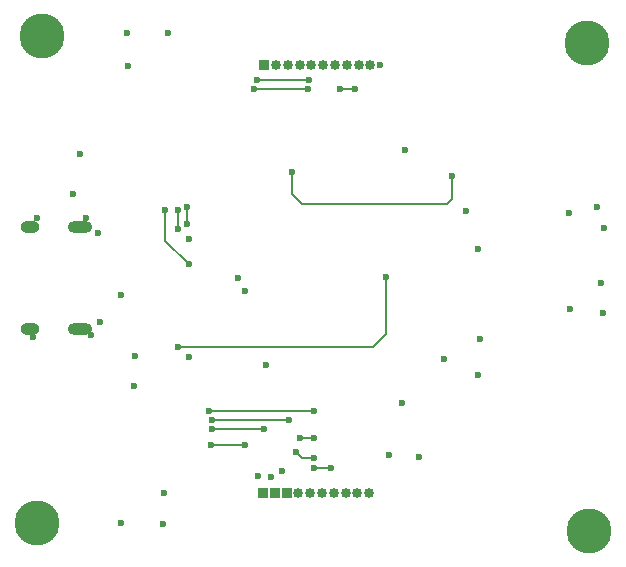
<source format=gbr>
%TF.GenerationSoftware,KiCad,Pcbnew,8.0.3*%
%TF.CreationDate,2024-10-14T16:47:46+01:00*%
%TF.ProjectId,nPM1300 kicad design,6e504d31-3330-4302-906b-696361642064,rev?*%
%TF.SameCoordinates,Original*%
%TF.FileFunction,Copper,L4,Bot*%
%TF.FilePolarity,Positive*%
%FSLAX46Y46*%
G04 Gerber Fmt 4.6, Leading zero omitted, Abs format (unit mm)*
G04 Created by KiCad (PCBNEW 8.0.3) date 2024-10-14 16:47:46*
%MOMM*%
%LPD*%
G01*
G04 APERTURE LIST*
%TA.AperFunction,ComponentPad*%
%ADD10C,3.800000*%
%TD*%
%TA.AperFunction,ComponentPad*%
%ADD11O,2.100000X1.000000*%
%TD*%
%TA.AperFunction,ComponentPad*%
%ADD12O,1.600000X1.000000*%
%TD*%
%TA.AperFunction,ComponentPad*%
%ADD13R,0.850000X0.850000*%
%TD*%
%TA.AperFunction,ComponentPad*%
%ADD14O,0.850000X0.850000*%
%TD*%
%TA.AperFunction,ViaPad*%
%ADD15C,0.600000*%
%TD*%
%TA.AperFunction,Conductor*%
%ADD16C,0.200000*%
%TD*%
G04 APERTURE END LIST*
D10*
%TO.P,H1,1*%
%TO.N,N/C*%
X101700000Y-90100000D03*
%TD*%
%TO.P,H3,1*%
%TO.N,N/C*%
X148400000Y-90800000D03*
%TD*%
%TO.P,H2,1*%
%TO.N,N/C*%
X102100000Y-48900000D03*
%TD*%
%TO.P,H4,1*%
%TO.N,N/C*%
X148200000Y-49500000D03*
%TD*%
D11*
%TO.P,J1,S1,SHIELD*%
%TO.N,GND*%
X105280000Y-65060000D03*
D12*
X101100000Y-65060000D03*
D11*
X105280000Y-73700000D03*
D12*
X101100000Y-73700000D03*
%TD*%
D13*
%TO.P,J2,1,Pin_1*%
%TO.N,/GPIO0*%
X120800000Y-87600000D03*
%TO.P,J2,2,Pin_2*%
%TO.N,/GPIO1*%
X121800000Y-87600000D03*
%TO.P,J2,3,Pin_3*%
%TO.N,/GPIO2*%
X122800000Y-87600000D03*
D14*
%TO.P,J2,4,Pin_4*%
%TO.N,/GPIO3*%
X123800000Y-87600000D03*
%TO.P,J2,5,Pin_5*%
%TO.N,/GPIO4*%
X124800000Y-87600000D03*
%TO.P,J2,6,Pin_6*%
%TO.N,VDDIO*%
X125800000Y-87600000D03*
%TO.P,J2,7,Pin_7*%
%TO.N,/SCL*%
X126800000Y-87600000D03*
%TO.P,J2,8,Pin_8*%
%TO.N,/SDA*%
X127800000Y-87600000D03*
%TO.P,J2,9,Pin_9*%
%TO.N,/SHPHLD*%
X128800000Y-87600000D03*
%TO.P,J2,10,Pin_10*%
%TO.N,/NTC*%
X129800000Y-87600000D03*
%TD*%
D13*
%TO.P,J3,1,Pin_1*%
%TO.N,/LS2_OUT*%
X120900000Y-51300000D03*
D14*
%TO.P,J3,2,Pin_2*%
%TO.N,/LS2_IN*%
X121900000Y-51300000D03*
%TO.P,J3,3,Pin_3*%
%TO.N,/LS1_OUT*%
X122900000Y-51300000D03*
%TO.P,J3,4,Pin_4*%
%TO.N,/LS1_IN*%
X123900000Y-51300000D03*
%TO.P,J3,5,Pin_5*%
%TO.N,+1V8*%
X124900000Y-51300000D03*
%TO.P,J3,6,Pin_6*%
%TO.N,+3V3*%
X125900000Y-51300000D03*
%TO.P,J3,7,Pin_7*%
%TO.N,/VBUS_OUT*%
X126900000Y-51300000D03*
%TO.P,J3,8,Pin_8*%
%TO.N,VSYS*%
X127900000Y-51300000D03*
%TO.P,J3,9,Pin_9*%
%TO.N,/VBAT*%
X128900000Y-51300000D03*
%TO.P,J3,10,Pin_10*%
%TO.N,GND*%
X129900000Y-51300000D03*
%TD*%
D15*
%TO.N,VDDIO*%
X119300000Y-83500000D03*
X123640514Y-84130559D03*
X116400000Y-83500000D03*
X125100000Y-84600000D03*
%TO.N,/SDA*%
X116500000Y-82200000D03*
X125095000Y-82900000D03*
X113600000Y-65200000D03*
X113625401Y-63600000D03*
X123895000Y-82900000D03*
X120900000Y-82200000D03*
%TO.N,/SHPHLD*%
X116247016Y-80641049D03*
X125100000Y-80600000D03*
%TO.N,/GPIO0*%
X118700000Y-69400000D03*
X120400000Y-86100000D03*
X112500000Y-63600000D03*
X114500000Y-68200000D03*
%TO.N,/GPIO2*%
X121100000Y-76700000D03*
X122400000Y-85700000D03*
%TO.N,/GPIO1*%
X119300000Y-70500000D03*
X121500000Y-86200000D03*
%TO.N,/SCL*%
X114400000Y-64800000D03*
X125100000Y-85500000D03*
X114400000Y-63400000D03*
X116500000Y-81399997D03*
X126600000Y-85500000D03*
X123000000Y-81400000D03*
%TO.N,+3V3*%
X124586863Y-53391962D03*
X120080222Y-53369222D03*
%TO.N,/LS1_OUT*%
X136800000Y-60700000D03*
X123300000Y-60400000D03*
%TO.N,/VBUS_OUT*%
X128600000Y-53400000D03*
X127300000Y-53400000D03*
%TO.N,GND*%
X134000000Y-84500000D03*
X106200000Y-74200000D03*
X139000000Y-77600000D03*
X139200000Y-74500000D03*
X105800000Y-64300000D03*
X106800000Y-65600000D03*
X149100000Y-63400000D03*
X104700000Y-62300000D03*
X112800000Y-48600000D03*
X139000000Y-66900000D03*
X149700000Y-65100000D03*
X131500000Y-84400000D03*
X109900000Y-78500000D03*
X132600000Y-80000000D03*
X138000000Y-63700000D03*
X146800000Y-72000000D03*
X132800000Y-58500000D03*
X109300000Y-48600000D03*
X105300000Y-58900000D03*
X149600000Y-72300000D03*
X146700000Y-63900000D03*
X149400000Y-69800000D03*
X107000000Y-73100000D03*
X108800000Y-70800000D03*
X110000000Y-76000000D03*
X108800000Y-90100000D03*
X130700000Y-51300000D03*
X136100000Y-76200000D03*
X101300000Y-74400000D03*
X109400000Y-51400000D03*
X114500000Y-66100000D03*
X112400000Y-87600000D03*
X101700000Y-64300000D03*
X114500000Y-76100000D03*
X112300000Y-90200000D03*
%TO.N,+1V8*%
X120300000Y-52600000D03*
X124700000Y-52600000D03*
%TO.N,Net-(U1-VBUS)*%
X113600000Y-75200000D03*
X131200000Y-69300000D03*
%TD*%
D16*
%TO.N,VDDIO*%
X119300000Y-83500000D02*
X116400000Y-83500000D01*
X124100000Y-84600000D02*
X125100000Y-84600000D01*
X123640514Y-84130559D02*
X123640514Y-84140514D01*
X123640514Y-84140514D02*
X124100000Y-84600000D01*
%TO.N,/SDA*%
X113625401Y-63600000D02*
X113625401Y-65174599D01*
X123895000Y-82900000D02*
X125095000Y-82900000D01*
X113625401Y-65174599D02*
X113600000Y-65200000D01*
X116500000Y-82200000D02*
X120900000Y-82200000D01*
%TO.N,/SHPHLD*%
X125058951Y-80641049D02*
X125100000Y-80600000D01*
X116247016Y-80641049D02*
X125058951Y-80641049D01*
%TO.N,/GPIO0*%
X114500000Y-68200000D02*
X112500000Y-66200000D01*
X112500000Y-66200000D02*
X112500000Y-63600000D01*
%TO.N,/SCL*%
X116500000Y-81399997D02*
X122999997Y-81399997D01*
X114400000Y-64800000D02*
X114400000Y-63400000D01*
X122999997Y-81399997D02*
X123000000Y-81400000D01*
X126600000Y-85500000D02*
X125100000Y-85500000D01*
%TO.N,+3V3*%
X124564123Y-53369222D02*
X124586863Y-53391962D01*
X120080222Y-53369222D02*
X124564123Y-53369222D01*
%TO.N,/LS1_OUT*%
X123300000Y-62300000D02*
X123300000Y-60400000D01*
X136800000Y-62700000D02*
X136400000Y-63100000D01*
X136400000Y-63100000D02*
X124100000Y-63100000D01*
X136800000Y-60700000D02*
X136800000Y-62700000D01*
X124100000Y-63100000D02*
X123300000Y-62300000D01*
%TO.N,/VBUS_OUT*%
X128600000Y-53400000D02*
X127300000Y-53400000D01*
%TO.N,+1V8*%
X120300000Y-52600000D02*
X124700000Y-52600000D01*
%TO.N,Net-(U1-VBUS)*%
X130100000Y-75200000D02*
X113600000Y-75200000D01*
X131200000Y-74100000D02*
X130100000Y-75200000D01*
X131200000Y-69300000D02*
X131200000Y-74100000D01*
%TD*%
M02*

</source>
